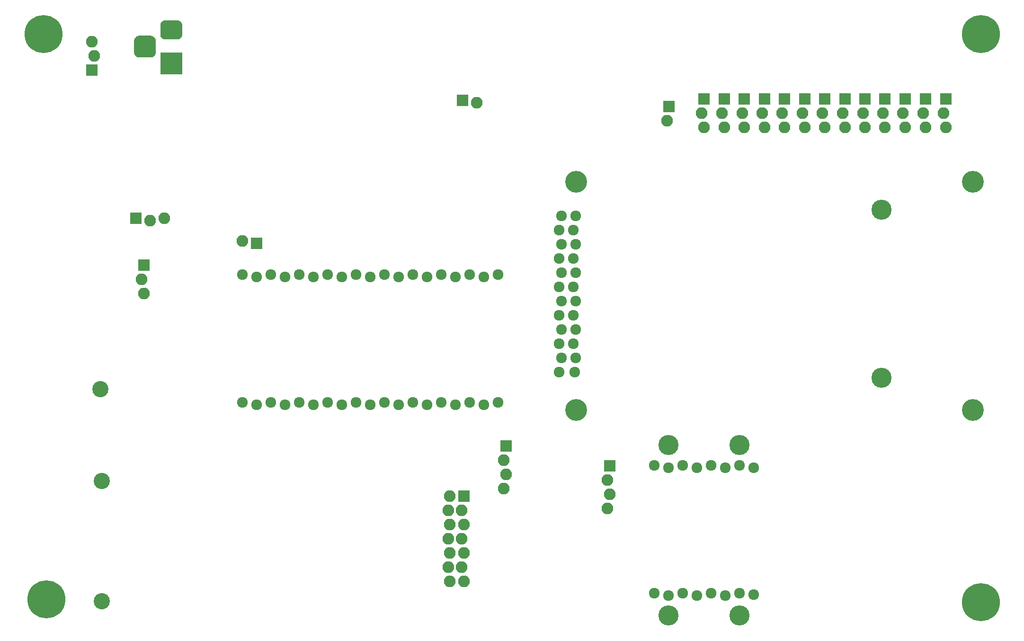
<source format=gbs>
G04 #@! TF.GenerationSoftware,KiCad,Pcbnew,5.0.0-rc2-dev-unknown-e0e0687~62~ubuntu16.04.1*
G04 #@! TF.CreationDate,2018-05-04T13:50:56+03:00*
G04 #@! TF.ProjectId,prototype,70726F746F747970652E6B696361645F,1*
G04 #@! TF.SameCoordinates,Original*
G04 #@! TF.FileFunction,Soldermask,Bot*
G04 #@! TF.FilePolarity,Negative*
%FSLAX46Y46*%
G04 Gerber Fmt 4.6, Leading zero omitted, Abs format (unit mm)*
G04 Created by KiCad (PCBNEW 5.0.0-rc2-dev-unknown-e0e0687~62~ubuntu16.04.1) date Fri May  4 13:50:56 2018*
%MOMM*%
%LPD*%
G01*
G04 APERTURE LIST*
%ADD10C,1.924000*%
%ADD11R,3.900000X3.900000*%
%ADD12C,0.100000*%
%ADD13C,3.400000*%
%ADD14C,3.900000*%
%ADD15R,2.100000X2.100000*%
%ADD16O,2.100000X2.100000*%
%ADD17C,3.600000*%
%ADD18C,2.900000*%
%ADD19C,6.800000*%
%ADD20C,1.200000*%
G04 APERTURE END LIST*
D10*
X116840000Y-98856800D03*
X119380000Y-99263200D03*
X121920000Y-98856800D03*
X124460000Y-99263200D03*
X127000000Y-98856800D03*
X129540000Y-99263200D03*
X132080000Y-98856800D03*
X134620000Y-99263200D03*
X137160000Y-98856800D03*
X139700000Y-99263200D03*
X142240000Y-98856800D03*
X144780000Y-99263200D03*
X147320000Y-98856800D03*
X149860000Y-99263200D03*
X152400000Y-98856800D03*
X154940000Y-99263200D03*
X157480000Y-98856800D03*
X160020000Y-99263200D03*
X162560000Y-98856800D03*
X162560000Y-75996800D03*
X160020000Y-76403200D03*
X157480000Y-75996800D03*
X154940000Y-76403200D03*
X152400000Y-75996800D03*
X149860000Y-76403200D03*
X147320000Y-75996800D03*
X144780000Y-76403200D03*
X142240000Y-75996800D03*
X139700000Y-76403200D03*
X137160000Y-75996800D03*
X134620000Y-76403200D03*
X132080000Y-75996800D03*
X129540000Y-76403200D03*
X127000000Y-75996800D03*
X124460000Y-76403200D03*
X121920000Y-75996800D03*
X119380000Y-76403200D03*
X116840000Y-75996800D03*
D11*
X104140000Y-38227000D03*
D12*
G36*
X105323315Y-30531093D02*
X105405827Y-30543333D01*
X105486742Y-30563601D01*
X105565281Y-30591702D01*
X105640687Y-30627367D01*
X105712235Y-30670251D01*
X105779234Y-30719941D01*
X105841041Y-30775959D01*
X105897059Y-30837766D01*
X105946749Y-30904765D01*
X105989633Y-30976313D01*
X106025298Y-31051719D01*
X106053399Y-31130258D01*
X106073667Y-31211173D01*
X106085907Y-31293685D01*
X106090000Y-31377000D01*
X106090000Y-33077000D01*
X106085907Y-33160315D01*
X106073667Y-33242827D01*
X106053399Y-33323742D01*
X106025298Y-33402281D01*
X105989633Y-33477687D01*
X105946749Y-33549235D01*
X105897059Y-33616234D01*
X105841041Y-33678041D01*
X105779234Y-33734059D01*
X105712235Y-33783749D01*
X105640687Y-33826633D01*
X105565281Y-33862298D01*
X105486742Y-33890399D01*
X105405827Y-33910667D01*
X105323315Y-33922907D01*
X105240000Y-33927000D01*
X103040000Y-33927000D01*
X102956685Y-33922907D01*
X102874173Y-33910667D01*
X102793258Y-33890399D01*
X102714719Y-33862298D01*
X102639313Y-33826633D01*
X102567765Y-33783749D01*
X102500766Y-33734059D01*
X102438959Y-33678041D01*
X102382941Y-33616234D01*
X102333251Y-33549235D01*
X102290367Y-33477687D01*
X102254702Y-33402281D01*
X102226601Y-33323742D01*
X102206333Y-33242827D01*
X102194093Y-33160315D01*
X102190000Y-33077000D01*
X102190000Y-31377000D01*
X102194093Y-31293685D01*
X102206333Y-31211173D01*
X102226601Y-31130258D01*
X102254702Y-31051719D01*
X102290367Y-30976313D01*
X102333251Y-30904765D01*
X102382941Y-30837766D01*
X102438959Y-30775959D01*
X102500766Y-30719941D01*
X102567765Y-30670251D01*
X102639313Y-30627367D01*
X102714719Y-30591702D01*
X102793258Y-30563601D01*
X102874173Y-30543333D01*
X102956685Y-30531093D01*
X103040000Y-30527000D01*
X105240000Y-30527000D01*
X105323315Y-30531093D01*
X105323315Y-30531093D01*
G37*
D13*
X104140000Y-32227000D03*
D12*
G36*
X100510567Y-33281695D02*
X100605213Y-33295734D01*
X100698028Y-33318983D01*
X100788116Y-33351217D01*
X100874612Y-33392127D01*
X100956681Y-33441317D01*
X101033533Y-33498315D01*
X101104429Y-33562571D01*
X101168685Y-33633467D01*
X101225683Y-33710319D01*
X101274873Y-33792388D01*
X101315783Y-33878884D01*
X101348017Y-33968972D01*
X101371266Y-34061787D01*
X101385305Y-34156433D01*
X101390000Y-34252000D01*
X101390000Y-36202000D01*
X101385305Y-36297567D01*
X101371266Y-36392213D01*
X101348017Y-36485028D01*
X101315783Y-36575116D01*
X101274873Y-36661612D01*
X101225683Y-36743681D01*
X101168685Y-36820533D01*
X101104429Y-36891429D01*
X101033533Y-36955685D01*
X100956681Y-37012683D01*
X100874612Y-37061873D01*
X100788116Y-37102783D01*
X100698028Y-37135017D01*
X100605213Y-37158266D01*
X100510567Y-37172305D01*
X100415000Y-37177000D01*
X98465000Y-37177000D01*
X98369433Y-37172305D01*
X98274787Y-37158266D01*
X98181972Y-37135017D01*
X98091884Y-37102783D01*
X98005388Y-37061873D01*
X97923319Y-37012683D01*
X97846467Y-36955685D01*
X97775571Y-36891429D01*
X97711315Y-36820533D01*
X97654317Y-36743681D01*
X97605127Y-36661612D01*
X97564217Y-36575116D01*
X97531983Y-36485028D01*
X97508734Y-36392213D01*
X97494695Y-36297567D01*
X97490000Y-36202000D01*
X97490000Y-34252000D01*
X97494695Y-34156433D01*
X97508734Y-34061787D01*
X97531983Y-33968972D01*
X97564217Y-33878884D01*
X97605127Y-33792388D01*
X97654317Y-33710319D01*
X97711315Y-33633467D01*
X97775571Y-33562571D01*
X97846467Y-33498315D01*
X97923319Y-33441317D01*
X98005388Y-33392127D01*
X98091884Y-33351217D01*
X98181972Y-33318983D01*
X98274787Y-33295734D01*
X98369433Y-33281695D01*
X98465000Y-33277000D01*
X100415000Y-33277000D01*
X100510567Y-33281695D01*
X100510567Y-33281695D01*
G37*
D14*
X99440000Y-35227000D03*
D15*
X193179700Y-45910500D03*
D16*
X192773300Y-48450500D03*
X158750000Y-45237400D03*
D15*
X156210000Y-44831000D03*
D16*
X242646200Y-49657000D03*
X242239800Y-47117000D03*
D15*
X242646200Y-44577000D03*
D16*
X182168800Y-117856000D03*
X182575200Y-115316000D03*
X182168800Y-112776000D03*
D15*
X182575200Y-110236000D03*
D10*
X173939200Y-65466000D03*
X176479200Y-65466000D03*
X173532800Y-68006000D03*
X176072800Y-68006000D03*
X173939200Y-70546000D03*
X176479200Y-70546000D03*
X173532800Y-73086000D03*
X176072800Y-73086000D03*
X173939200Y-75626000D03*
X176479200Y-75626000D03*
X173532800Y-78166000D03*
X176072800Y-78166000D03*
X173939200Y-80706000D03*
X176479200Y-80706000D03*
X173532800Y-83246000D03*
X176072800Y-83246000D03*
X173939200Y-85786000D03*
X176479200Y-85786000D03*
X173532800Y-88326000D03*
X176072800Y-88326000D03*
X173939200Y-90866000D03*
X176479200Y-90866000D03*
X173532800Y-93406000D03*
X176276000Y-93406000D03*
D17*
X231196000Y-64436000D03*
X231196000Y-94436000D03*
D14*
X176526000Y-100241000D03*
X176526000Y-59441000D03*
X247526000Y-59441000D03*
X247526000Y-100241000D03*
D15*
X156477200Y-115646000D03*
D16*
X153937200Y-115646000D03*
X156070800Y-118186000D03*
X153713680Y-118186000D03*
X156477200Y-120726000D03*
X153937200Y-120726000D03*
X156070800Y-123266000D03*
X153713680Y-123266000D03*
X156477200Y-125806000D03*
X153937200Y-125806000D03*
X156070800Y-128346000D03*
X153713680Y-128346000D03*
X156477200Y-130886000D03*
X153937200Y-130886000D03*
D18*
X91694000Y-134416000D03*
X91694000Y-112906000D03*
D19*
X81788000Y-134112000D03*
D20*
X84188000Y-134112000D03*
X83485056Y-135809056D03*
X81788000Y-136512000D03*
X80090944Y-135809056D03*
X79388000Y-134112000D03*
X80090944Y-132414944D03*
X81788000Y-131712000D03*
X83485056Y-132414944D03*
X250617056Y-31322944D03*
X248920000Y-30620000D03*
X247222944Y-31322944D03*
X246520000Y-33020000D03*
X247222944Y-34717056D03*
X248920000Y-35420000D03*
X250617056Y-34717056D03*
X251320000Y-33020000D03*
D19*
X248920000Y-33020000D03*
X81280000Y-33020000D03*
D20*
X83680000Y-33020000D03*
X82977056Y-34717056D03*
X81280000Y-35420000D03*
X79582944Y-34717056D03*
X78880000Y-33020000D03*
X79582944Y-31322944D03*
X81280000Y-30620000D03*
X82977056Y-31322944D03*
X250617056Y-132922944D03*
X248920000Y-132220000D03*
X247222944Y-132922944D03*
X246520000Y-134620000D03*
X247222944Y-136317056D03*
X248920000Y-137020000D03*
X250617056Y-136317056D03*
X251320000Y-134620000D03*
D19*
X248920000Y-134620000D03*
D10*
X208280000Y-110540800D03*
X205740000Y-110134400D03*
X203200000Y-110540800D03*
X200660000Y-110134400D03*
X198120000Y-110540800D03*
X195580000Y-110134400D03*
X193040000Y-110540800D03*
X190500000Y-110134400D03*
X208280000Y-133217920D03*
X205740000Y-132994400D03*
X203200000Y-133400800D03*
X200660000Y-132994400D03*
X198120000Y-133400800D03*
X195580000Y-132994400D03*
X193040000Y-133400800D03*
X190500000Y-132994400D03*
D17*
X205740000Y-106527600D03*
X205740000Y-137007600D03*
X193040000Y-137007600D03*
X193040000Y-106527600D03*
D15*
X119380000Y-70434200D03*
D16*
X116840000Y-70027800D03*
X206641700Y-49657000D03*
X206235300Y-47117000D03*
D15*
X206641700Y-44577000D03*
X235394500Y-44577000D03*
D16*
X234988100Y-47117000D03*
X235394500Y-49657000D03*
X199428100Y-49657000D03*
X199021700Y-47117000D03*
D15*
X199428100Y-44577000D03*
X203034900Y-44577000D03*
D16*
X202628500Y-47117000D03*
X203034900Y-49657000D03*
X221018100Y-49657000D03*
X220611700Y-47117000D03*
D15*
X221018100Y-44577000D03*
X231787700Y-44577000D03*
D16*
X231381300Y-47117000D03*
X231787700Y-49657000D03*
X99263200Y-79375000D03*
X98856800Y-76835000D03*
D15*
X99263200Y-74295000D03*
X210248500Y-44577000D03*
D16*
X209842100Y-47117000D03*
X210248500Y-49657000D03*
X224624900Y-49657000D03*
X224218500Y-47117000D03*
D15*
X224624900Y-44577000D03*
X89966800Y-39433500D03*
D16*
X90373200Y-36893500D03*
X89966800Y-34353500D03*
X213804500Y-49657000D03*
X213398100Y-47117000D03*
D15*
X213804500Y-44577000D03*
X217411300Y-44577000D03*
D16*
X217004900Y-47117000D03*
X217411300Y-49657000D03*
X239001300Y-49657000D03*
X238594900Y-47117000D03*
D15*
X239001300Y-44577000D03*
X228231700Y-44577000D03*
D16*
X227825300Y-47117000D03*
X228231700Y-49657000D03*
X102870000Y-65963800D03*
X100330000Y-66370200D03*
D15*
X97790000Y-65963800D03*
X164033200Y-106680000D03*
D16*
X163626800Y-109220000D03*
X164033200Y-111760000D03*
X163626800Y-114300000D03*
D18*
X91440000Y-96520000D03*
M02*

</source>
